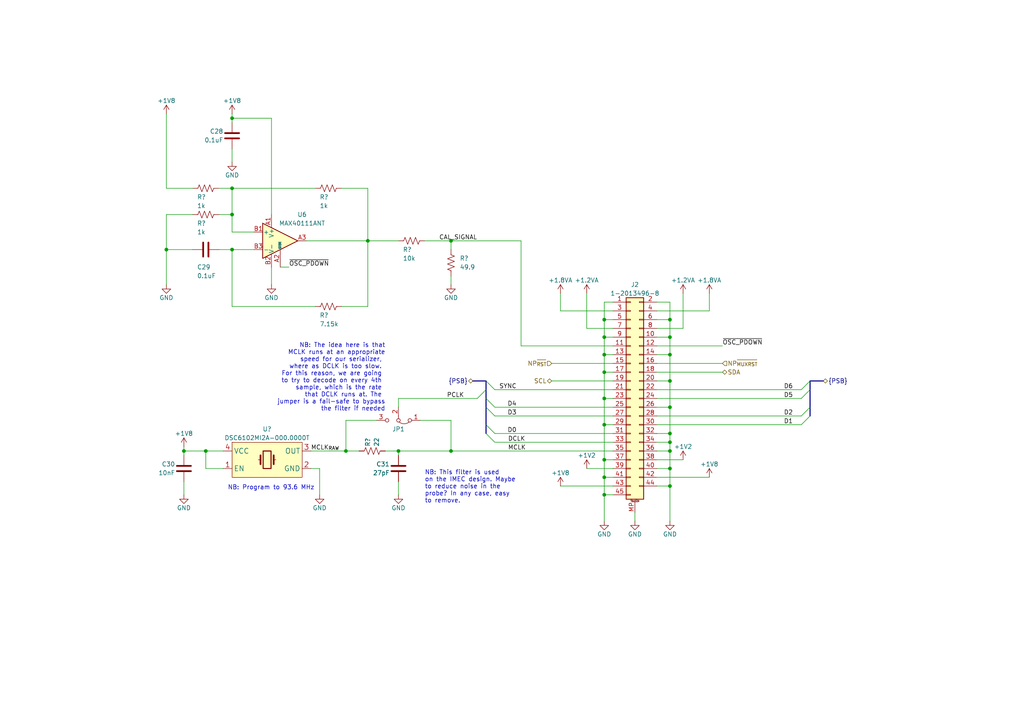
<source format=kicad_sch>
(kicad_sch (version 20230121) (generator eeschema)
  (paper "A4")
  (title_block (title "ONIX Neuropixels 1.0 Economical Headstage") (rev "B") (company "Open Ephys, Inc") (comment 1 "Jonathan P. Newman"))
  (lib_symbols
    (symbol "Connector_Generic_MountingPin:Conn_2Rows-45Pins_MountingPin" (pin_names (offset 1.016) hide)
      (property "Reference" "J" (at 1.27 30.48 0))
      (property "Value" "Conn_2Rows-45Pins_MountingPin" (at 2.54 -30.48 0))
      (symbol "Conn_2Rows-45Pins_MountingPin_1_1"
        (rectangle (start -1.27 -27.813) (end 0 -28.067) (stroke (width 0.1524)))
        (rectangle (start -1.27 -25.273) (end 0 -25.527) (stroke (width 0.1524)))
        (rectangle (start -1.27 -22.733) (end 0 -22.987) (stroke (width 0.1524)))
        (rectangle (start -1.27 -20.193) (end 0 -20.447) (stroke (width 0.1524)))
        (rectangle (start -1.27 -17.653) (end 0 -17.907) (stroke (width 0.1524)))
        (rectangle (start -1.27 -15.113) (end 0 -15.367) (stroke (width 0.1524)))
        (rectangle (start -1.27 -12.573) (end 0 -12.827) (stroke (width 0.1524)))
        (rectangle (start -1.27 -10.033) (end 0 -10.287) (stroke (width 0.1524)))
        (rectangle (start -1.27 -7.493) (end 0 -7.747) (stroke (width 0.1524)))
        (rectangle (start -1.27 -4.953) (end 0 -5.207) (stroke (width 0.1524)))
        (rectangle (start -1.27 -2.413) (end 0 -2.667) (stroke (width 0.1524)))
        (rectangle (start -1.27 0.127) (end 0 -0.127) (stroke (width 0.1524)))
        (rectangle (start -1.27 2.667) (end 0 2.413) (stroke (width 0.1524)))
        (rectangle (start -1.27 5.207) (end 0 4.953) (stroke (width 0.1524)))
        (rectangle (start -1.27 7.747) (end 0 7.493) (stroke (width 0.1524)))
        (rectangle (start -1.27 10.287) (end 0 10.033) (stroke (width 0.1524)))
        (rectangle (start -1.27 12.827) (end 0 12.573) (stroke (width 0.1524)))
        (rectangle (start -1.27 15.367) (end 0 15.113) (stroke (width 0.1524)))
        (rectangle (start -1.27 17.907) (end 0 17.653) (stroke (width 0.1524)))
        (rectangle (start -1.27 20.447) (end 0 20.193) (stroke (width 0.1524)))
        (rectangle (start -1.27 22.987) (end 0 22.733) (stroke (width 0.1524)))
        (rectangle (start -1.27 25.527) (end 0 25.273) (stroke (width 0.1524)))
        (rectangle (start -1.27 28.067) (end 0 27.813) (stroke (width 0.1524)))
        (rectangle (start -1.27 29.21) (end 3.81 -29.21) (stroke (width 0.254)) (fill (type background)))
        (polyline (pts (xy 0.254 -29.972) (xy 2.286 -29.972)) (stroke (width 0.1524)))
        (rectangle (start 3.81 -25.273) (end 2.54 -25.527) (stroke (width 0.1524)))
        (rectangle (start 3.81 -22.733) (end 2.54 -22.987) (stroke (width 0.1524)))
        (rectangle (start 3.81 -20.193) (end 2.54 -20.447) (stroke (width 0.1524)))
        (rectangle (start 3.81 -17.653) (end 2.54 -17.907) (stroke (width 0.1524)))
        (rectangle (start 3.81 -15.113) (end 2.54 -15.367) (stroke (width 0.1524)))
        (rectangle (start 3.81 -12.573) (end 2.54 -12.827) (stroke (width 0.1524)))
        (rectangle (start 3.81 -10.033) (end 2.54 -10.287) (stroke (width 0.1524)))
        (rectangle (start 3.81 -7.493) (end 2.54 -7.747) (stroke (width 0.1524)))
        (rectangle (start 3.81 -4.953) (end 2.54 -5.207) (stroke (width 0.1524)))
        (rectangle (start 3.81 -2.413) (end 2.54 -2.667) (stroke (width 0.1524)))
        (rectangle (start 3.81 0.127) (end 2.54 -0.127) (stroke (width 0.1524)))
        (rectangle (start 3.81 2.667) (end 2.54 2.413) (stroke (width 0.1524)))
        (rectangle (start 3.81 5.207) (end 2.54 4.953) (stroke (width 0.1524)))
        (rectangle (start 3.81 7.747) (end 2.54 7.493) (stroke (width 0.1524)))
        (rectangle (start 3.81 10.287) (end 2.54 10.033) (stroke (width 0.1524)))
        (rectangle (start 3.81 12.827) (end 2.54 12.573) (stroke (width 0.1524)))
        (rectangle (start 3.81 15.367) (end 2.54 15.113) (stroke (width 0.1524)))
        (rectangle (start 3.81 17.907) (end 2.54 17.653) (stroke (width 0.1524)))
        (rectangle (start 3.81 20.447) (end 2.54 20.193) (stroke (width 0.1524)))
        (rectangle (start 3.81 22.987) (end 2.54 22.733) (stroke (width 0.1524)))
        (rectangle (start 3.81 25.527) (end 2.54 25.273) (stroke (width 0.1524)))
        (rectangle (start 3.81 28.067) (end 2.54 27.813) (stroke (width 0.1524)))
        (text "Mounting" (at 1.27 -29.591 0) (effects (font (size 0.381 0.381))))
        (pin passive line (at -5.08 27.94 0) (length 3.81) (name "Pin_1") (number "1"))
        (pin passive line (at 7.62 17.78 180) (length 3.81) (name "Pin_10") (number "10"))
        (pin passive line (at -5.08 15.24 0) (length 3.81) (name "Pin_11") (number "11"))
        (pin passive line (at 7.62 15.24 180) (length 3.81) (name "Pin_12") (number "12"))
        (pin passive line (at -5.08 12.7 0) (length 3.81) (name "Pin_13") (number "13"))
        (pin passive line (at 7.62 12.7 180) (length 3.81) (name "Pin_14") (number "14"))
        (pin passive line (at -5.08 10.16 0) (length 3.81) (name "Pin_15") (number "15"))
        (pin passive line (at 7.62 10.16 180) (length 3.81) (name "Pin_16") (number "16"))
        (pin passive line (at -5.08 7.62 0) (length 3.81) (name "Pin_17") (number "17"))
        (pin passive line (at 7.62 7.62 180) (length 3.81) (name "Pin_18") (number "18"))
        (pin passive line (at -5.08 5.08 0) (length 3.81) (name "Pin_19") (number "19"))
        (pin passive line (at 7.62 27.94 180) (length 3.81) (name "Pin_2") (number "2"))
        (pin passive line (at 7.62 5.08 180) (length 3.81) (name "Pin_20") (number "20"))
        (pin passive line (at -5.08 2.54 0) (length 3.81) (name "Pin_21") (number "21"))
        (pin passive line (at 7.62 2.54 180) (length 3.81) (name "Pin_22") (number "22"))
        (pin passive line (at -5.08 0 0) (length 3.81) (name "Pin_23") (number "23"))
        (pin passive line (at 7.62 0 180) (length 3.81) (name "Pin_24") (number "24"))
        (pin passive line (at -5.08 -2.54 0) (length 3.81) (name "Pin_25") (number "25"))
        (pin passive line (at 7.62 -2.54 180) (length 3.81) (name "Pin_26") (number "26"))
        (pin passive line (at -5.08 -5.08 0) (length 3.81) (name "Pin_27") (number "27"))
        (pin passive line (at 7.62 -5.08 180) (length 3.81) (name "Pin_28") (number "28"))
        (pin passive line (at -5.08 -7.62 0) (length 3.81) (name "Pin_29") (number "29"))
        (pin passive line (at -5.08 25.4 0) (length 3.81) (name "Pin_3") (number "3"))
        (pin passive line (at 7.62 -7.62 180) (length 3.81) (name "Pin_30") (number "30"))
        (pin passive line (at -5.08 -10.16 0) (length 3.81) (name "Pin_31") (number "31"))
        (pin passive line (at 7.62 -10.16 180) (length 3.81) (name "Pin_32") (number "32"))
        (pin passive line (at -5.08 -12.7 0) (length 3.81) (name "Pin_33") (number "33"))
        (pin passive line (at 7.62 -12.7 180) (length 3.81) (name "Pin_34") (number "34"))
        (pin passive line (at -5.08 -15.24 0) (length 3.81) (name "Pin_35") (number "35"))
        (pin passive line (at 7.62 -15.24 180) (length 3.81) (name "Pin_36") (number "36"))
        (pin passive line (at -5.08 -17.78 0) (length 3.81) (name "Pin_37") (number "37"))
        (pin passive line (at 7.62 -17.78 180) (length 3.81) (name "Pin_38") (number "38"))
        (pin passive line (at -5.08 -20.32 0) (length 3.81) (name "Pin_39") (number "39"))
        (pin passive line (at 7.62 25.4 180) (length 3.81) (name "Pin_4") (number "4"))
        (pin passive line (at 7.62 -20.32 180) (length 3.81) (name "Pin_40") (number "40"))
        (pin passive line (at -5.08 -22.86 0) (length 3.81) (name "Pin_41") (number "41"))
        (pin passive line (at 7.62 -22.86 180) (length 3.81) (name "Pin_42") (number "42"))
        (pin passive line (at -5.08 -25.4 0) (length 3.81) (name "Pin_43") (number "43"))
        (pin passive line (at 7.62 -25.4 180) (length 3.81) (name "Pin_44") (number "44"))
        (pin passive line (at -5.08 -27.94 0) (length 3.81) (name "Pin_45") (number "45"))
        (pin passive line (at -5.08 22.86 0) (length 3.81) (name "Pin_5") (number "5"))
        (pin passive line (at 7.62 22.86 180) (length 3.81) (name "Pin_6") (number "6"))
        (pin passive line (at -5.08 20.32 0) (length 3.81) (name "Pin_7") (number "7"))
        (pin passive line (at 7.62 20.32 180) (length 3.81) (name "Pin_8") (number "8"))
        (pin passive line (at -5.08 17.78 0) (length 3.81) (name "Pin_9") (number "9"))
        (pin passive line (at 1.27 -33.02 90) (length 3.048) (name "MountPin") (number "MP"))
      )
    )
    (symbol "Device:C" (pin_numbers hide) (pin_names (offset 0.254))
      (property "Reference" "C" (at 0.635 2.54 0))
      (property "Value" "C" (at 0.635 -2.54 0))
      (symbol "C_0_1"
        (polyline (pts (xy -2.032 -0.762) (xy 2.032 -0.762)) (stroke (width 0.508)))
        (polyline (pts (xy -2.032 0.762) (xy 2.032 0.762)) (stroke (width 0.508)))
      )
      (symbol "C_1_1"
        (pin passive line (at 0 3.81 270) (length 2.794) (name "~") (number "1"))
        (pin passive line (at 0 -3.81 90) (length 2.794) (name "~") (number "2"))
      )
    )
    (symbol "Device:R_US" (pin_numbers hide) (pin_names (offset 0))
      (property "Reference" "R" (at 2.54 0 90))
      (property "Value" "R_US" (at -2.54 0 90))
      (symbol "R_US_0_1"
        (polyline (pts (xy 0 -2.286) (xy 0 -2.54)))
        (polyline (pts (xy 0 2.286) (xy 0 2.54)))
        (polyline (pts (xy 0 -0.762) (xy 1.016 -1.143) (xy 0 -1.524) (xy -1.016 -1.905) (xy 0 -2.286)))
        (polyline (pts (xy 0 0.762) (xy 1.016 0.381) (xy 0 0) (xy -1.016 -0.381) (xy 0 -0.762)))
        (polyline (pts (xy 0 2.286) (xy 1.016 1.905) (xy 0 1.524) (xy -1.016 1.143) (xy 0 0.762)))
      )
      (symbol "R_US_1_1"
        (pin passive line (at 0 3.81 270) (length 1.27) (name "~") (number "1"))
        (pin passive line (at 0 -3.81 90) (length 1.27) (name "~") (number "2"))
      )
    )
    (symbol "Jumper:Jumper_3_Bridged12" (pin_names (offset 0) hide)
      (property "Reference" "JP" (at -2.54 -2.54 0))
      (property "Value" "Jumper_3_Bridged12" (at 0 2.794 0))
      (symbol "Jumper_3_Bridged12_0_0"
        (circle (center -3.302 0) (radius 0.508))
        (circle (center 0 0) (radius 0.508))
        (circle (center 3.302 0) (radius 0.508))
      )
      (symbol "Jumper_3_Bridged12_0_1"
        (arc (start -0.254 0.508) (mid -1.651 0.9912) (end -3.048 0.508))
        (polyline (pts (xy 0 -1.27) (xy 0 -0.508)))
      )
      (symbol "Jumper_3_Bridged12_1_1"
        (pin passive line (at -6.35 0 0) (length 2.54) (name "A") (number "1"))
        (pin passive line (at 0 -3.81 90) (length 2.54) (name "C") (number "2"))
        (pin passive line (at 6.35 0 180) (length 2.54) (name "B") (number "3"))
      )
    )
    (symbol "jonnew:+1.2VA" (power) (pin_names (offset 0))
      (property "Value" "+1.2VA" (at 0 3.556 0))
      (symbol "+1.2VA_0_1"
        (polyline (pts (xy -0.762 1.27) (xy 0 2.54)))
        (polyline (pts (xy 0 0) (xy 0 2.54)))
        (polyline (pts (xy 0 2.54) (xy 0.762 1.27)))
      )
      (symbol "+1.2VA_1_1"
        (pin power_in line (at 0 0 90) (length 0) hide (name "+1.2VA") (number "1"))
      )
    )
    (symbol "jonnew:+1.8VA" (power) (pin_names (offset 0))
      (property "Value" "+1.8VA" (at 0 3.556 0))
      (symbol "+1.8VA_0_1"
        (polyline (pts (xy -0.762 1.27) (xy 0 2.54)))
        (polyline (pts (xy 0 0) (xy 0 2.54)))
        (polyline (pts (xy 0 2.54) (xy 0.762 1.27)))
      )
      (symbol "+1.8VA_1_1"
        (pin power_in line (at 0 0 90) (length 0) hide (name "+1.8VA") (number "1"))
      )
    )
    (symbol "jonnew:OSCILLATOR_EN"
      (property "Reference" "U" (at -10.16 8.255 0))
      (property "Value" "OSCILLATOR_EN" (at -10.16 6.35 0))
      (symbol "OSCILLATOR_EN_0_1"
        (rectangle (start -10.16 5.08) (end 10.16 -5.08) (stroke (width 0.1524)) (fill (type background)))
        (rectangle (start -1.143 2.54) (end 1.143 -2.54) (stroke (width 0.3048)))
        (polyline (pts (xy -2.54 0) (xy -1.905 0)))
        (polyline (pts (xy -1.905 -1.27) (xy -1.905 1.27)) (stroke (width 0.508)))
        (polyline (pts (xy 1.905 -1.27) (xy 1.905 1.27)) (stroke (width 0.508)))
        (polyline (pts (xy 2.54 0) (xy 1.905 0)))
      )
      (symbol "OSCILLATOR_EN_1_1"
        (pin input line (at -12.7 -2.54 0) (length 2.54) (name "EN") (number "1"))
        (pin power_in line (at 12.7 -2.54 180) (length 2.54) (name "GND") (number "2"))
        (pin output line (at 12.7 2.54 180) (length 2.54) (name "OUT") (number "3"))
        (pin power_in line (at -12.7 2.54 0) (length 2.54) (name "VCC") (number "4"))
      )
    )
    (symbol "open-ephys:MAX40111ANT" (pin_names (offset 0.127))
      (property "Reference" "U" (at 1.27 6.35 0))
      (property "Value" "MAX40111ANT" (at 1.27 3.81 0))
      (symbol "MAX40111ANT_0_1"
        (polyline (pts (xy -5.08 5.08) (xy 5.08 0) (xy -5.08 -5.08) (xy -5.08 5.08)) (stroke (width 0.254)) (fill (type background)))
      )
      (symbol "MAX40111ANT_1_1"
        (pin power_in line (at -2.54 7.62 270) (length 3.81) (name "V+") (number "A1"))
        (pin input line (at 0 -7.62 90) (length 5.08) (name "~{SHDN}") (number "A2"))
        (pin output line (at 7.62 0 180) (length 2.54) (name "~") (number "A3"))
        (pin input line (at -7.62 2.54 0) (length 2.54) (name "+") (number "B1"))
        (pin power_in line (at -2.54 -7.62 90) (length 3.81) (name "V-") (number "B2"))
        (pin input line (at -7.62 -2.54 0) (length 2.54) (name "-") (number "B3"))
      )
    )
    (symbol "power:+1V2" (power) (pin_names (offset 0))
      (property "Value" "+1V2" (at 0 3.556 0))
      (symbol "+1V2_0_1"
        (polyline (pts (xy -0.762 1.27) (xy 0 2.54)))
        (polyline (pts (xy 0 0) (xy 0 2.54)))
        (polyline (pts (xy 0 2.54) (xy 0.762 1.27)))
      )
      (symbol "+1V2_1_1"
        (pin power_in line (at 0 0 90) (length 0) hide (name "+1V2") (number "1"))
      )
    )
    (symbol "power:+1V8" (power) (pin_names (offset 0))
      (property "Value" "+1V8" (at 0 3.556 0))
      (symbol "+1V8_0_1"
        (polyline (pts (xy -0.762 1.27) (xy 0 2.54)))
        (polyline (pts (xy 0 0) (xy 0 2.54)))
        (polyline (pts (xy 0 2.54) (xy 0.762 1.27)))
      )
      (symbol "+1V8_1_1"
        (pin power_in line (at 0 0 90) (length 0) hide (name "+1V8") (number "1"))
      )
    )
    (symbol "power:GND" (power) (pin_names (offset 0))
      (property "Value" "GND" (at 0 -3.81 0))
      (symbol "GND_0_1"
        (polyline (pts (xy 0 0) (xy 0 -1.27) (xy 1.27 -1.27) (xy 0 -2.54) (xy -1.27 -1.27) (xy 0 -1.27)))
      )
      (symbol "GND_1_1"
        (pin power_in line (at 0 0 270) (length 0) hide (name "GND") (number "1"))
      )
    )
  )
  (junction (at 67.31 62.23))
  (junction (at 175.26 133.35))
  (junction (at 130.81 130.81))
  (junction (at 194.31 110.49))
  (junction (at 53.34 130.81))
  (junction (at 115.57 130.81))
  (junction (at 194.31 92.71))
  (junction (at 175.26 107.95))
  (junction (at 194.31 102.87))
  (junction (at 130.81 69.85))
  (junction (at 59.69 130.81))
  (junction (at 175.26 138.43))
  (junction (at 67.31 34.29))
  (junction (at 175.26 123.19))
  (junction (at 194.31 118.11))
  (junction (at 175.26 143.51))
  (junction (at 194.31 128.27))
  (junction (at 194.31 125.73))
  (junction (at 100.33 130.81))
  (junction (at 67.31 72.39))
  (junction (at 175.26 92.71))
  (junction (at 194.31 130.81))
  (junction (at 106.68 69.85))
  (junction (at 194.31 135.89))
  (junction (at 175.26 115.57))
  (junction (at 194.31 97.79))
  (junction (at 67.31 54.61))
  (junction (at 48.26 72.39))
  (junction (at 194.31 140.97))
  (junction (at 175.26 97.79))
  (junction (at 175.26 102.87))
  (bus_entry (at 234.95 110.49) (size -2.54 2.54))
  (bus_entry (at 234.95 120.65) (size -2.54 2.54))
  (bus_entry (at 140.97 110.49) (size 2.54 2.54))
  (bus_entry (at 234.95 113.03) (size -2.54 2.54))
  (bus_entry (at 140.97 118.11) (size 2.54 2.54))
  (bus_entry (at 140.97 115.57) (size 2.54 2.54))
  (bus_entry (at 140.97 125.73) (size 2.54 2.54))
  (bus_entry (at 234.95 118.11) (size -2.54 2.54))
  (bus_entry (at 140.97 113.03) (size -2.54 2.54))
  (bus_entry (at 140.97 123.19) (size 2.54 2.54))
  (wire (pts (xy 175.26 133.35) (xy 175.26 123.19)))
  (wire (pts (xy 53.34 130.81) (xy 59.69 130.81)))
  (wire (pts (xy 115.57 115.57) (xy 115.57 118.11)))
  (wire (pts (xy 92.71 143.51) (xy 92.71 135.89)))
  (wire (pts (xy 123.19 69.85) (xy 130.81 69.85)))
  (wire (pts (xy 175.26 87.63) (xy 175.26 92.71)))
  (wire (pts (xy 175.26 107.95) (xy 175.26 102.87)))
  (wire (pts (xy 190.5 92.71) (xy 194.31 92.71)))
  (wire (pts (xy 194.31 128.27) (xy 190.5 128.27)))
  (wire (pts (xy 194.31 135.89) (xy 190.5 135.89)))
  (wire (pts (xy 90.17 135.89) (xy 92.71 135.89)))
  (wire (pts (xy 209.55 107.95) (xy 190.5 107.95)))
  (bus (pts (xy 234.95 118.11) (xy 234.95 120.65)))
  (wire (pts (xy 67.31 35.56) (xy 67.31 34.29)))
  (wire (pts (xy 194.31 130.81) (xy 190.5 130.81)))
  (wire (pts (xy 130.81 130.81) (xy 177.8 130.81)))
  (wire (pts (xy 184.15 148.59) (xy 184.15 151.13)))
  (wire (pts (xy 143.51 118.11) (xy 177.8 118.11)))
  (wire (pts (xy 175.26 138.43) (xy 175.26 133.35)))
  (wire (pts (xy 190.5 87.63) (xy 194.31 87.63)))
  (wire (pts (xy 194.31 110.49) (xy 190.5 110.49)))
  (wire (pts (xy 53.34 132.08) (xy 53.34 130.81)))
  (wire (pts (xy 63.5 72.39) (xy 67.31 72.39)))
  (wire (pts (xy 205.74 90.17) (xy 190.5 90.17)))
  (wire (pts (xy 109.22 121.92) (xy 100.33 121.92)))
  (wire (pts (xy 115.57 130.81) (xy 115.57 132.08)))
  (wire (pts (xy 190.5 115.57) (xy 232.41 115.57)))
  (wire (pts (xy 67.31 88.9) (xy 91.44 88.9)))
  (wire (pts (xy 194.31 135.89) (xy 194.31 140.97)))
  (wire (pts (xy 67.31 72.39) (xy 67.31 88.9)))
  (wire (pts (xy 100.33 130.81) (xy 104.14 130.81)))
  (wire (pts (xy 194.31 92.71) (xy 194.31 97.79)))
  (wire (pts (xy 59.69 135.89) (xy 59.69 130.81)))
  (wire (pts (xy 143.51 125.73) (xy 177.8 125.73)))
  (wire (pts (xy 194.31 118.11) (xy 194.31 125.73)))
  (wire (pts (xy 160.02 110.49) (xy 177.8 110.49)))
  (wire (pts (xy 175.26 143.51) (xy 175.26 138.43)))
  (bus (pts (xy 140.97 115.57) (xy 140.97 118.11)))
  (wire (pts (xy 88.9 69.85) (xy 106.68 69.85)))
  (wire (pts (xy 175.26 107.95) (xy 177.8 107.95)))
  (bus (pts (xy 140.97 123.19) (xy 140.97 125.73)))
  (bus (pts (xy 140.97 113.03) (xy 140.97 115.57)))
  (wire (pts (xy 190.5 123.19) (xy 232.41 123.19)))
  (wire (pts (xy 78.74 77.47) (xy 78.74 82.55)))
  (wire (pts (xy 175.26 123.19) (xy 175.26 115.57)))
  (wire (pts (xy 106.68 69.85) (xy 106.68 88.9)))
  (wire (pts (xy 175.26 97.79) (xy 175.26 102.87)))
  (wire (pts (xy 175.26 87.63) (xy 177.8 87.63)))
  (wire (pts (xy 106.68 69.85) (xy 115.57 69.85)))
  (wire (pts (xy 194.31 125.73) (xy 190.5 125.73)))
  (wire (pts (xy 48.26 72.39) (xy 48.26 82.55)))
  (wire (pts (xy 130.81 80.01) (xy 130.81 82.55)))
  (wire (pts (xy 175.26 92.71) (xy 175.26 97.79)))
  (wire (pts (xy 175.26 151.13) (xy 175.26 143.51)))
  (bus (pts (xy 234.95 110.49) (xy 234.95 113.03)))
  (wire (pts (xy 194.31 130.81) (xy 194.31 135.89)))
  (wire (pts (xy 121.92 121.92) (xy 130.81 121.92)))
  (wire (pts (xy 175.26 115.57) (xy 175.26 107.95)))
  (wire (pts (xy 55.88 54.61) (xy 48.26 54.61)))
  (wire (pts (xy 67.31 62.23) (xy 67.31 67.31)))
  (wire (pts (xy 63.5 62.23) (xy 67.31 62.23)))
  (bus (pts (xy 137.16 110.49) (xy 140.97 110.49)))
  (wire (pts (xy 106.68 69.85) (xy 106.68 54.61)))
  (wire (pts (xy 67.31 46.99) (xy 67.31 43.18)))
  (wire (pts (xy 53.34 129.54) (xy 53.34 130.81)))
  (wire (pts (xy 115.57 139.7) (xy 115.57 143.51)))
  (wire (pts (xy 115.57 130.81) (xy 130.81 130.81)))
  (wire (pts (xy 63.5 54.61) (xy 67.31 54.61)))
  (wire (pts (xy 190.5 113.03) (xy 232.41 113.03)))
  (wire (pts (xy 175.26 138.43) (xy 177.8 138.43)))
  (wire (pts (xy 151.13 69.85) (xy 151.13 100.33)))
  (wire (pts (xy 67.31 72.39) (xy 73.66 72.39)))
  (wire (pts (xy 111.76 130.81) (xy 115.57 130.81)))
  (bus (pts (xy 140.97 110.49) (xy 140.97 113.03)))
  (wire (pts (xy 198.12 95.25) (xy 190.5 95.25)))
  (wire (pts (xy 175.26 102.87) (xy 177.8 102.87)))
  (wire (pts (xy 194.31 125.73) (xy 194.31 128.27)))
  (wire (pts (xy 194.31 128.27) (xy 194.31 130.81)))
  (bus (pts (xy 140.97 118.11) (xy 140.97 123.19)))
  (wire (pts (xy 205.74 85.09) (xy 205.74 90.17)))
  (wire (pts (xy 209.55 105.41) (xy 190.5 105.41)))
  (wire (pts (xy 175.26 115.57) (xy 177.8 115.57)))
  (wire (pts (xy 190.5 120.65) (xy 232.41 120.65)))
  (wire (pts (xy 99.06 88.9) (xy 106.68 88.9)))
  (bus (pts (xy 234.95 113.03) (xy 234.95 118.11)))
  (wire (pts (xy 175.26 123.19) (xy 177.8 123.19)))
  (wire (pts (xy 48.26 72.39) (xy 55.88 72.39)))
  (wire (pts (xy 194.31 102.87) (xy 190.5 102.87)))
  (wire (pts (xy 67.31 67.31) (xy 73.66 67.31)))
  (wire (pts (xy 55.88 62.23) (xy 48.26 62.23)))
  (wire (pts (xy 162.56 90.17) (xy 177.8 90.17)))
  (wire (pts (xy 53.34 143.51) (xy 53.34 139.7)))
  (wire (pts (xy 194.31 140.97) (xy 194.31 151.13)))
  (wire (pts (xy 130.81 121.92) (xy 130.81 130.81)))
  (wire (pts (xy 194.31 97.79) (xy 194.31 102.87)))
  (wire (pts (xy 143.51 120.65) (xy 177.8 120.65)))
  (wire (pts (xy 115.57 115.57) (xy 138.43 115.57)))
  (wire (pts (xy 99.06 54.61) (xy 106.68 54.61)))
  (wire (pts (xy 175.26 143.51) (xy 177.8 143.51)))
  (wire (pts (xy 194.31 110.49) (xy 194.31 118.11)))
  (wire (pts (xy 59.69 135.89) (xy 64.77 135.89)))
  (wire (pts (xy 48.26 62.23) (xy 48.26 72.39)))
  (wire (pts (xy 48.26 54.61) (xy 48.26 33.02)))
  (wire (pts (xy 130.81 69.85) (xy 151.13 69.85)))
  (wire (pts (xy 190.5 97.79) (xy 194.31 97.79)))
  (wire (pts (xy 67.31 62.23) (xy 67.31 54.61)))
  (wire (pts (xy 175.26 97.79) (xy 177.8 97.79)))
  (wire (pts (xy 100.33 121.92) (xy 100.33 130.81)))
  (wire (pts (xy 59.69 130.81) (xy 64.77 130.81)))
  (wire (pts (xy 67.31 54.61) (xy 91.44 54.61)))
  (wire (pts (xy 170.18 95.25) (xy 177.8 95.25)))
  (wire (pts (xy 162.56 85.09) (xy 162.56 90.17)))
  (wire (pts (xy 198.12 85.09) (xy 198.12 95.25)))
  (wire (pts (xy 194.31 102.87) (xy 194.31 110.49)))
  (wire (pts (xy 90.17 130.81) (xy 100.33 130.81)))
  (wire (pts (xy 209.55 100.33) (xy 190.5 100.33)))
  (wire (pts (xy 175.26 133.35) (xy 177.8 133.35)))
  (wire (pts (xy 78.74 34.29) (xy 78.74 62.23)))
  (wire (pts (xy 83.82 77.47) (xy 81.28 77.47)))
  (wire (pts (xy 170.18 135.89) (xy 177.8 135.89)))
  (wire (pts (xy 143.51 128.27) (xy 177.8 128.27)))
  (wire (pts (xy 67.31 33.02) (xy 67.31 34.29)))
  (wire (pts (xy 175.26 92.71) (xy 177.8 92.71)))
  (wire (pts (xy 194.31 140.97) (xy 190.5 140.97)))
  (wire (pts (xy 67.31 34.29) (xy 78.74 34.29)))
  (wire (pts (xy 198.12 133.35) (xy 190.5 133.35)))
  (wire (pts (xy 194.31 118.11) (xy 190.5 118.11)))
  (wire (pts (xy 151.13 100.33) (xy 177.8 100.33)))
  (bus (pts (xy 238.76 110.49) (xy 234.95 110.49)))
  (wire (pts (xy 143.51 113.03) (xy 177.8 113.03)))
  (wire (pts (xy 160.02 105.41) (xy 177.8 105.41)))
  (wire (pts (xy 205.74 138.43) (xy 190.5 138.43)))
  (wire (pts (xy 162.56 140.97) (xy 177.8 140.97)))
  (wire (pts (xy 194.31 87.63) (xy 194.31 92.71)))
  (wire (pts (xy 130.81 69.85) (xy 130.81 72.39)))
  (wire (pts (xy 170.18 85.09) (xy 170.18 95.25)))
  (text "NB: The idea here is that\nMCLK runs at an appropriate\nspeed for our serializer, \nwhere as DCLK is too slow. \nFor this reason, we are going \nto try to decode on every 4th \nsample, which is the rate \nthat DCLK runs at. The \njumper is a fail-safe to bypass\nthe filter if needed" (at 111.76 119.38 0) (effects (font (size 1.27 1.27)) (justify right bottom)))
  (text "NB: Program to 93.6 MHz" (at 66.04 142.24 0) (effects (font (size 1.27 1.27)) (justify left bottom)))
  (text "NB: This filter is used\non the IMEC design. Maybe\nto reduce noise in the\nprobe? In any case, easy\nto remove." (at 123.19 146.05 0) (effects (font (size 1.27 1.27)) (justify left bottom)))
  (label "~{OSC_PDOWN}" (at 83.82 77.47 0))
  (label "PCLK" (at 134.62 115.57 180))
  (label "D6" (at 227.33 113.03 0))
  (label "D5" (at 227.33 115.57 0))
  (label "D2" (at 227.33 120.65 0))
  (label "CAL_SIGNAL" (at 138.43 69.85 180))
  (label "MCLK" (at 147.32 130.81 0))
  (label "D3" (at 149.86 120.65 180))
  (label "DCLK" (at 147.32 128.27 0))
  (label "MCLK_{RAW}" (at 90.17 130.81 0))
  (label "D0" (at 149.86 125.73 180))
  (label "D4" (at 149.86 118.11 180))
  (label "D1" (at 227.33 123.19 0))
  (label "~{OSC_PDOWN}" (at 209.55 100.33 0))
  (label "SYNC" (at 149.86 113.03 180))
  (hierarchical_label "SCL" (shape bidirectional) (at 160.02 110.49 180))
  (hierarchical_label "SDA" (shape bidirectional) (at 209.55 107.95 0))
  (hierarchical_label "{PSB}" (shape bidirectional) (at 238.76 110.49 0))
  (hierarchical_label "{PSB}" (shape bidirectional) (at 137.16 110.49 180))
  (hierarchical_label "NP_{~{MUXRST}}" (shape input) (at 209.55 105.41 0))
  (hierarchical_label "NP_{~{RST}}" (shape input) (at 160.02 105.41 180))
  (symbol (lib_id "power:+1V8") (at 67.31 33.02 0) (mirror y) (unit 1)
    (property "Reference" "#PWR051" (effects hide))
    (property "Value" "+1V8" (at 67.31 29.21 0))
  )
  (symbol (lib_id "Device:C") (at 59.69 72.39 90) (mirror x) (unit 1)
    (property "Reference" "C29" (at 57.15 77.47 90) (effects (justify right)))
    (property "Value" "0.1uF" (at 57.15 80.01 90) (effects (justify right)))
    (property "Footprint" "Capacitor_SMD:C_0201_0603Metric" (effects hide))
    (property "TempCo" "X7R" (effects hide))
    (property "Voltage" "25V" (effects hide))
    (property "CASE/PACKAGE" "0201" (effects hide))
    (property "MPN" "GRM033R61E104KE14J" (effects hide))
    (property "OEPS PN" "OEPS010035" (effects hide))
    (property "Type" "SMD" (effects hide))
  )
  (symbol (lib_id "open-ephys:MAX40111ANT") (at 81.28 69.85 0) (unit 1)
    (property "Reference" "U6" (at 87.63 62.23 0))
    (property "Value" "MAX40111ANT" (at 87.63 64.77 0))
    (property "Footprint" "oe_common:ANALOG_N60T1+1_WLP6-1.24x0.84x0.5" (effects hide))
    (property "Datasheet" "https://www.analog.com/media/en/technical-documentation/data-sheets/MAX40110-MAX40111.pdf" (effects hide))
    (property "MPN" "MAX40111ANT+" (effects hide))
    (property "OEPS PN" "OEPS080048" (effects hide))
    (property "Type" "SMD" (effects hide))
  )
  (symbol (lib_id "jonnew:+1.2VA") (at 170.18 85.09 0) (unit 1)
    (property "Reference" "#PWR057" (effects hide))
    (property "Value" "+1.2VA" (at 170.18 81.28 0))
  )
  (symbol (lib_id "power:+1V8") (at 53.34 129.54 0) (mirror y) (unit 1)
    (property "Reference" "#PWR060" (effects hide))
    (property "Value" "+1V8" (at 53.34 125.73 0))
  )
  (symbol (lib_id "Device:R_US") (at 59.69 62.23 270) (unit 1)
    (property "Reference" "R?" (at 57.15 64.77 90) (effects (justify left)))
    (property "Value" "1k" (at 57.15 67.31 90) (effects (justify left)))
    (property "Footprint" "Resistor_SMD:R_0201_0603Metric" (effects hide))
    (property "CASE/PACKAGE" "0201" (effects hide))
    (property "Tolerance" "1%" (effects hide))
    (property "MPN" "RC0201FR-071KL" (effects hide))
    (property "OEPS PN" "OEPS020065" (effects hide))
    (property "Type" "SMD" (effects hide))
    (instances (project "headstage-neuropix1e" (path "" (reference "R?") (unit 1)) (path "" (reference "R13") (unit 1))))
  )
  (symbol (lib_id "Device:R_US") (at 107.95 130.81 90) (unit 1)
    (property "Reference" "R?" (at 106.68 129.54 0) (effects (justify left)))
    (property "Value" "22" (at 109.22 129.54 0) (effects (justify left)))
    (property "Footprint" "Resistor_SMD:R_0201_0603Metric" (effects hide))
    (property "CASE/PACKAGE" "0201" (effects hide))
    (property "Tolerance" "1%" (effects hide))
    (property "MPN" "RMCF0201FT22R0CT-ND" (effects hide))
    (property "OEPS PN" "OEPS020069" (effects hide))
    (property "Type" "SMD" (effects hide))
    (instances (project "headstage-neuropix1e" (path "" (reference "R?") (unit 1)) (path "" (reference "R17") (unit 1))))
  )
  (symbol (lib_id "power:GND") (at 184.15 151.13 0) (mirror y) (unit 1)
    (property "Reference" "#PWR?" (effects hide))
    (property "Value" "GND" (at 184.15 154.94 0))
    (instances (project "headstage-neuropix1e" (path "" (reference "#PWR?") (unit 1)) (path "" (reference "#PWR093") (unit 1))))
  )
  (symbol (lib_id "power:GND") (at 92.71 143.51 0) (unit 1)
    (property "Reference" "#PWR066" (effects hide))
    (property "Value" "GND" (at 92.71 147.32 0))
  )
  (symbol (lib_id "power:GND") (at 48.26 82.55 0) (unit 1)
    (property "Reference" "#PWR053" (effects hide))
    (property "Value" "GND" (at 48.26 86.36 0))
  )
  (symbol (lib_id "jonnew:OSCILLATOR_EN") (at 77.47 133.35 0) (unit 1)
    (property "Reference" "U?" (at 77.47 124.46 0))
    (property "Value" "DSC6102MI2A-000.0000T" (at 77.47 127 0))
    (property "Footprint" "jonnew:MICROCHIP_VFLGA4-2.0x1.6" (effects hide))
    (property "Datasheet" "https://ww1.microchip.com/downloads/en/DeviceDoc/DSC61xxB-Ultra-Small-Ultra-Low-Power-MEMS-Oscillator-DS20006155A.pdf" (effects hide))
    (property "MPN" "DSC6101MA3B-PROGT" (effects hide))
    (property "OEPS PN" "OEPS080092" (effects hide))
    (property "Type" "SMD" (effects hide))
    (instances (project "headstage-neuropix1e" (path "" (reference "U?") (unit 1)) (path "" (reference "U7") (unit 1))))
  )
  (symbol (lib_id "power:GND") (at 78.74 82.55 0) (unit 1)
    (property "Reference" "#PWR054" (effects hide))
    (property "Value" "GND" (at 78.74 86.36 0))
  )
  (symbol (lib_id "jonnew:+1.2VA") (at 198.12 85.09 0) (mirror y) (unit 1)
    (property "Reference" "#PWR058" (effects hide))
    (property "Value" "+1.2VA" (at 198.12 81.28 0))
  )
  (symbol (lib_id "Device:C") (at 115.57 135.89 0) (mirror y) (unit 1)
    (property "Reference" "C31" (at 113.03 134.62 0) (effects (justify left)))
    (property "Value" "27pF" (at 113.03 137.16 0) (effects (justify left)))
    (property "Footprint" "Capacitor_SMD:C_0201_0603Metric" (effects hide))
    (property "TempCo" "X7R" (effects hide))
    (property "Voltage" "35V" (effects hide))
    (property "CASE/PACKAGE" "0201" (effects hide))
    (property "MPN" "GRM0335C1H270GA01D" (effects hide))
    (property "OEPS PN" "OEPS010029" (effects hide))
    (property "Type" "SMD" (effects hide))
  )
  (symbol (lib_id "Device:C") (at 53.34 135.89 0) (mirror y) (unit 1)
    (property "Reference" "C30" (at 50.8 134.62 0) (effects (justify left)))
    (property "Value" "10nF" (at 50.8 137.16 0) (effects (justify left)))
    (property "Footprint" "Capacitor_SMD:C_0201_0603Metric" (effects hide))
    (property "TempCo" "X7R" (effects hide))
    (property "Voltage" "35V" (effects hide))
    (property "CASE/PACKAGE" "0201" (effects hide))
    (property "MPN" "GRM033R71E103KE14D" (effects hide))
    (property "OEPS PN" "OEPS010037" (effects hide))
    (property "Type" "SMD" (effects hide))
  )
  (symbol (lib_id "Device:R_US") (at 95.25 88.9 270) (unit 1)
    (property "Reference" "R?" (at 92.71 91.44 90) (effects (justify left)))
    (property "Value" "7.15k" (at 92.71 93.98 90) (effects (justify left)))
    (property "Footprint" "Resistor_SMD:R_0201_0603Metric" (effects hide))
    (property "CASE/PACKAGE" "0201" (effects hide))
    (property "Tolerance" "1%" (effects hide))
    (property "MPN" "CRCW02017K15FKED" (effects hide))
    (property "OEPS PN" "OEPS020058" (effects hide))
    (property "Type" "SMD" (effects hide))
    (instances (project "headstage-neuropix1e" (path "" (reference "R?") (unit 1)) (path "" (reference "R16") (unit 1))))
  )
  (symbol (lib_id "power:GND") (at 115.57 143.51 0) (unit 1)
    (property "Reference" "#PWR067" (effects hide))
    (property "Value" "GND" (at 115.57 147.32 0))
  )
  (symbol (lib_id "power:GND") (at 53.34 143.51 0) (unit 1)
    (property "Reference" "#PWR065" (effects hide))
    (property "Value" "GND" (at 53.34 147.32 0))
  )
  (symbol (lib_id "jonnew:+1.8VA") (at 205.74 85.09 0) (mirror y) (unit 1)
    (property "Reference" "#PWR059" (effects hide))
    (property "Value" "+1.8VA" (at 205.74 81.28 0))
  )
  (symbol (lib_id "Jumper:Jumper_3_Bridged12") (at 115.57 121.92 180) (unit 1)
    (property "Reference" "JP1" (at 115.57 124.46 0))
    (property "Value" "Jumper_3_Bridged12" (effects hide))
    (property "Footprint" "jonnew:OE_SolderJumper-3_0201_Bridged12" (effects hide))
  )
  (symbol (lib_id "jonnew:+1.8VA") (at 162.56 85.09 0) (unit 1)
    (property "Reference" "#PWR056" (effects hide))
    (property "Value" "+1.8VA" (at 162.56 81.28 0))
  )
  (symbol (lib_id "power:GND") (at 67.31 46.99 0) (unit 1)
    (property "Reference" "#PWR052" (effects hide))
    (property "Value" "GND" (at 67.31 50.8 0))
  )
  (symbol (lib_id "power:+1V8") (at 205.74 138.43 0) (unit 1)
    (property "Reference" "#PWR012" (effects hide))
    (property "Value" "+1V8" (at 205.74 134.62 0))
    (instances (project "headstage-neuropix1e" (path "" (reference "#PWR012") (unit 1)) (path "" (reference "#PWR063") (unit 1))))
  )
  (symbol (lib_id "Device:R_US") (at 119.38 69.85 270) (unit 1)
    (property "Reference" "R?" (at 116.84 72.39 90) (effects (justify left)))
    (property "Value" "10k" (at 116.84 74.93 90) (effects (justify left)))
    (property "Footprint" "Resistor_SMD:R_0201_0603Metric" (effects hide))
    (property "CASE/PACKAGE" "0201" (effects hide))
    (property "Tolerance" "1%" (effects hide))
    (property "MPN" "CRCW020110K0FNED" (effects hide))
    (property "OEPS PN" "OEPS020066" (effects hide))
    (property "Type" "SMD" (effects hide))
    (instances (project "headstage-neuropix1e" (path "" (reference "R?") (unit 1)) (path "" (reference "R14") (unit 1))))
  )
  (symbol (lib_id "power:+1V2") (at 198.12 133.35 0) (unit 1)
    (property "Reference" "#PWR011" (effects hide))
    (property "Value" "+1V2" (at 198.12 129.54 0))
    (instances (project "headstage-neuropix1e" (path "" (reference "#PWR011") (unit 1)) (path "" (reference "#PWR061") (unit 1))))
  )
  (symbol (lib_id "power:+1V8") (at 48.26 33.02 0) (mirror y) (unit 1)
    (property "Reference" "#PWR050" (effects hide))
    (property "Value" "+1V8" (at 48.26 29.21 0))
  )
  (symbol (lib_id "power:+1V8") (at 162.56 140.97 0) (unit 1)
    (property "Reference" "#PWR012" (effects hide))
    (property "Value" "+1V8" (at 162.56 137.16 0))
    (instances (project "headstage-neuropix1e" (path "" (reference "#PWR012") (unit 1)) (path "" (reference "#PWR064") (unit 1))))
  )
  (symbol (lib_id "power:+1V2") (at 170.18 135.89 0) (unit 1)
    (property "Reference" "#PWR011" (effects hide))
    (property "Value" "+1V2" (at 170.18 132.08 0))
    (instances (project "headstage-neuropix1e" (path "" (reference "#PWR011") (unit 1)) (path "" (reference "#PWR062") (unit 1))))
  )
  (symbol (lib_id "Connector_Generic_MountingPin:Conn_2Rows-45Pins_MountingPin") (at 182.88 115.57 0) (unit 1)
    (property "Reference" "J2" (at 184.15 82.55 0))
    (property "Value" "1-2013496-8" (at 184.15 85.09 0))
    (property "Footprint" "open-ephys:TE_1-2013496-8" (effects hide))
    (property "Datasheet" "https://www.mouser.com/datasheet/2/418/8/TYELS72827_1-2524186.pdf" (effects hide))
    (property "MPN" "1-2013496-8" (effects hide))
    (property "OEPS PN" "OEPS070051" (effects hide))
    (property "Type" "SMD" (effects hide))
  )
  (symbol (lib_id "Device:R_US") (at 95.25 54.61 270) (unit 1)
    (property "Reference" "R?" (at 92.71 57.15 90) (effects (justify left)))
    (property "Value" "1k" (at 92.71 59.69 90) (effects (justify left)))
    (property "Footprint" "Resistor_SMD:R_0201_0603Metric" (effects hide))
    (property "CASE/PACKAGE" "0201" (effects hide))
    (property "Tolerance" "1%" (effects hide))
    (property "MPN" "RC0201FR-071KL" (effects hide))
    (property "OEPS PN" "OEPS020065" (effects hide))
    (property "Type" "SMD" (effects hide))
    (instances (project "headstage-neuropix1e" (path "" (reference "R?") (unit 1)) (path "" (reference "R12") (unit 1))))
  )
  (symbol (lib_id "power:GND") (at 175.26 151.13 0) (unit 1)
    (property "Reference" "#PWR?" (effects hide))
    (property "Value" "GND" (at 175.26 154.94 0))
    (instances (project "headstage-neuropix1e" (path "" (reference "#PWR?") (unit 1)) (path "" (reference "#PWR068") (unit 1))))
  )
  (symbol (lib_id "Device:R_US") (at 59.69 54.61 270) (unit 1)
    (property "Reference" "R?" (at 57.15 57.15 90) (effects (justify left)))
    (property "Value" "1k" (at 57.15 59.69 90) (effects (justify left)))
    (property "Footprint" "Resistor_SMD:R_0201_0603Metric" (effects hide))
    (property "CASE/PACKAGE" "0201" (effects hide))
    (property "Tolerance" "1%" (effects hide))
    (property "MPN" "RC0201FR-071KL" (effects hide))
    (property "OEPS PN" "OEPS020065" (effects hide))
    (property "Type" "SMD" (effects hide))
    (instances (project "headstage-neuropix1e" (path "" (reference "R?") (unit 1)) (path "" (reference "R11") (unit 1))))
  )
  (symbol (lib_id "Device:R_US") (at 130.81 76.2 0) (unit 1)
    (property "Reference" "R?" (at 133.35 74.93 0) (effects (justify left)))
    (property "Value" "49.9" (at 133.35 77.47 0) (effects (justify left)))
    (property "Footprint" "Resistor_SMD:R_0201_0603Metric" (effects hide))
    (property "CASE/PACKAGE" "0201" (effects hide))
    (property "Tolerance" "1%" (effects hide))
    (property "MPN" "RC0201FR-0749R9L" (effects hide))
    (property "OEPS PN" "OEPS020068" (effects hide))
    (property "Type" "SMD" (effects hide))
    (instances (project "headstage-neuropix1e" (path "" (reference "R?") (unit 1)) (path "" (reference "R15") (unit 1))))
  )
  (symbol (lib_id "Device:C") (at 67.31 39.37 0) (mirror y) (unit 1)
    (property "Reference" "C28" (at 64.77 38.1 0) (effects (justify left)))
    (property "Value" "0.1uF" (at 64.77 40.64 0) (effects (justify left)))
    (property "Footprint" "Capacitor_SMD:C_0201_0603Metric" (effects hide))
    (property "TempCo" "X7R" (effects hide))
    (property "Voltage" "25V" (effects hide))
    (property "CASE/PACKAGE" "0201" (effects hide))
    (property "MPN" "GRM033R61E104KE14J" (effects hide))
    (property "OEPS PN" "OEPS010035" (effects hide))
    (property "Type" "SMD" (effects hide))
  )
  (symbol (lib_id "power:GND") (at 194.31 151.13 0) (mirror y) (unit 1)
    (property "Reference" "#PWR?" (effects hide))
    (property "Value" "GND" (at 194.31 154.94 0))
    (instances (project "headstage-neuropix1e" (path "" (reference "#PWR?") (unit 1)) (path "" (reference "#PWR069") (unit 1))))
  )
  (symbol (lib_id "power:GND") (at 130.81 82.55 0) (unit 1)
    (property "Reference" "#PWR055" (effects hide))
    (property "Value" "GND" (at 130.81 86.36 0))
  )
)
</source>
